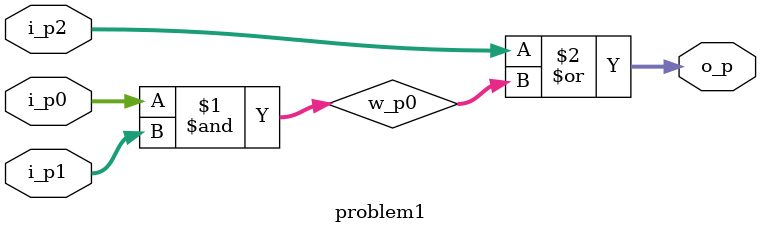
<source format=v>

/*
 *  i_p0[7:0] ─┐
 *             AND ── (w_p0[7:0]) ─┐
 *  i_p1[7:0] ─┘                   OR ───── o_p[7:0]
 *  i_p2[7:0] ─────────────────────┘
 */
module problem1(
	input  [7:0] i_p0,
	input  [7:0 ]i_p1,
	input  [7:0] i_p2,
	output [7:0] o_p
);

	wire [7:0] w_p0;

	assign w_p0 = i_p0 & i_p1;
	assign o_p  = i_p2 | w_p0;

endmodule

</source>
